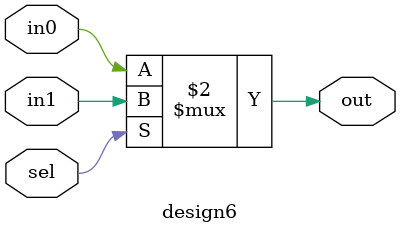
<source format=v>
module design6(
    input in0,
    input in1,
    input sel,
    output reg out
);

always @ (*) begin
    out = (sel) ? in1 : in0;
end

endmodule


</source>
